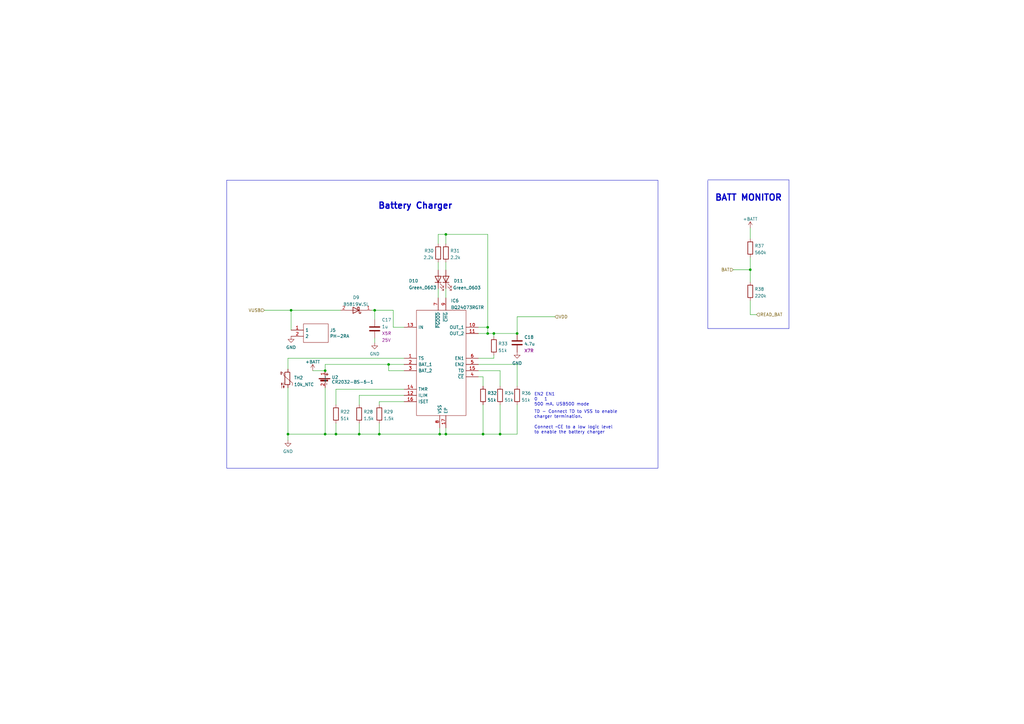
<source format=kicad_sch>
(kicad_sch (version 20231120) (generator "eeschema") (generator_version "8.0")
  (paper "A3")
  (title_block (title "Plant Bot") (date "2025-04-27") (rev "G"))
  (lib_symbols
    (symbol "BatteryHolder_JLC:CR2032-BS-6-1" (pin_names (offset 0.762))
      (property "Reference" "U" (at 9.525 18.415 0))
      (property "Value" "CR2032-BS-6-1" (at 9.525 15.875 0))
      (symbol "CR2032-BS-6-1_0_1"
        (rectangle (start -2.54 -3.175) (end 2.032 -3.429) (fill (type outline)))
        (rectangle (start -1.905 -3.81) (end 1.143 -4.318) (fill (type outline)))
        (polyline (pts (xy 0 -3.175) (xy 0 -2.413)))
        (polyline (pts (xy 0.254 -1.524) (xy 1.27 -1.524)) (stroke (width 0.254)))
        (polyline (pts (xy 0.635 -5.08) (xy 0.635 -5.842)))
        (polyline (pts (xy 0.762 -1.016) (xy 0.762 -2.032)) (stroke (width 0.254)))
      )
      (symbol "CR2032-BS-6-1_1_1"
        (pin passive line (at 0 0 270) (length 2.54) (name "+") (number "1"))
        (pin passive line (at 0 -6.985 90) (length 2.54) (name "-") (number "2"))
      )
    )
    (symbol "Capacitor_JLC:1u" (pin_numbers hide) (pin_names (offset 0.254))
      (property "Reference" "C" (at 0.635 2.54 0))
      (property "Value" "1u" (at 0.635 -2.54 0))
      (property "Type" "X5R" (at 5.08 2.54 0))
      (property "Voltage" "25V" (at 5.08 0 0))
      (symbol "1u_0_1"
        (polyline (pts (xy -2.032 -0.762) (xy 2.032 -0.762)) (stroke (width 0.508)))
        (polyline (pts (xy -2.032 0.762) (xy 2.032 0.762)) (stroke (width 0.508)))
      )
      (symbol "1u_1_1"
        (pin passive line (at 0 3.81 270) (length 2.794) (name "~") (number "1"))
        (pin passive line (at 0 -3.81 90) (length 2.794) (name "~") (number "2"))
      )
    )
    (symbol "Capacitor_JLC:4.7u" (pin_numbers hide) (pin_names (offset 0.254))
      (property "Reference" "C" (at 0.635 2.54 0))
      (property "Value" "4.7u" (at 0.635 -2.54 0))
      (property "Type" "X7R" (at 0 0 0))
      (symbol "4.7u_0_1"
        (polyline (pts (xy -2.032 -0.762) (xy 2.032 -0.762)) (stroke (width 0.508)))
        (polyline (pts (xy -2.032 0.762) (xy 2.032 0.762)) (stroke (width 0.508)))
      )
      (symbol "4.7u_1_1"
        (pin passive line (at 0 3.81 270) (length 2.794) (name "~") (number "1"))
        (pin passive line (at 0 -3.81 90) (length 2.794) (name "~") (number "2"))
      )
    )
    (symbol "Connector_JLC:PH-2RA" (pin_names (offset 0.762))
      (property "Reference" "J" (at 16.51 7.62 0))
      (property "Value" "PH-2RA" (at 16.51 5.08 0))
      (symbol "PH-2RA_0_0"
        (pin passive line (at 0 0 0) (length 5.08) (name "1") (number "1"))
        (pin passive line (at 0 -2.54 0) (length 5.08) (name "2") (number "2"))
      )
      (symbol "PH-2RA_0_1"
        (polyline (pts (xy 5.08 2.54) (xy 15.24 2.54) (xy 15.24 -5.08) (xy 5.08 -5.08) (xy 5.08 2.54)) (stroke (width 0.1524)))
      )
    )
    (symbol "Diode_JLC:B5819W.SL" (pin_names (offset 0.762))
      (property "Reference" "D" (at 10.16 8.89 0))
      (property "Value" "B5819W.SL" (at 10.16 6.35 0))
      (symbol "B5819W.SL_0_0"
        (pin passive line (at 0 0 0) (length 2.54) (name "~") (number "1"))
        (pin passive line (at 12.7 0 180) (length 2.54) (name "~") (number "2"))
      )
      (symbol "B5819W.SL_0_1"
        (polyline (pts (xy 2.54 0) (xy 5.08 0)) (stroke (width 0.1524)))
        (polyline (pts (xy 7.62 0) (xy 5.08 0)))
        (polyline (pts (xy 7.62 0) (xy 10.16 0)) (stroke (width 0.1524)))
        (polyline (pts (xy 7.62 1.27) (xy 7.62 -1.27) (xy 5.08 0) (xy 7.62 1.27)) (stroke (width 0.254)))
        (polyline (pts (xy 4.445 0.635) (xy 4.445 1.27) (xy 5.08 1.27) (xy 5.08 -1.27) (xy 5.715 -1.27) (xy 5.715 -0.635)) (stroke (width 0.254)))
      )
    )
    (symbol "Diode_JLC:Green_0603" (pin_numbers hide) (pin_names (offset 1.016) hide)
      (property "Reference" "D" (at 0 5.08 0))
      (property "Value" "Green_0603" (at 0 3.175 0))
      (symbol "Green_0603_0_1"
        (polyline (pts (xy -1.27 -1.27) (xy -1.27 1.27)) (stroke (width 0.254)))
        (polyline (pts (xy -1.27 0) (xy 1.27 0)))
        (polyline (pts (xy 1.27 -1.27) (xy 1.27 1.27) (xy -1.27 0) (xy 1.27 -1.27)) (stroke (width 0.254)))
        (polyline (pts (xy -3.048 -0.762) (xy -4.572 -2.286) (xy -3.81 -2.286) (xy -4.572 -2.286) (xy -4.572 -1.524)))
        (polyline (pts (xy -1.778 -0.762) (xy -3.302 -2.286) (xy -2.54 -2.286) (xy -3.302 -2.286) (xy -3.302 -1.524)))
      )
      (symbol "Green_0603_1_1"
        (pin passive line (at -3.81 0 0) (length 2.54) (name "K") (number "1"))
        (pin passive line (at 3.81 0 180) (length 2.54) (name "A") (number "2"))
      )
    )
    (symbol "Power-Drivers_JLC:BQ24073RGTR" (pin_names (offset 0.762))
      (property "Reference" "IC" (at 69.85 28.575 0))
      (property "Value" "BQ24073RGTR" (at 69.85 26.035 0))
      (symbol "BQ24073RGTR_0_0"
        (pin passive line (at 0 -12.7 0) (length 5.08) (name "TS") (number "1"))
        (pin passive line (at 30.48 0 180) (length 5.08) (name "OUT_1") (number "10"))
        (pin passive line (at 30.48 -2.54 180) (length 5.08) (name "OUT_2") (number "11"))
        (pin passive line (at 0 -27.94 0) (length 5.08) (name "ILIM") (number "12"))
        (pin passive line (at 0 0 0) (length 5.08) (name "IN") (number "13"))
        (pin passive line (at 0 -25.4 0) (length 5.08) (name "TMR") (number "14"))
        (pin passive line (at 30.48 -17.78 180) (length 5.08) (name "TD") (number "15"))
        (pin passive line (at 0 -30.48 0) (length 5.08) (name "ISET") (number "16"))
        (pin passive line (at 17.145 -41.275 90) (length 5.08) (name "EP") (number "17"))
        (pin passive line (at 0 -15.24 0) (length 5.08) (name "BAT_1") (number "2"))
        (pin passive line (at 0 -17.78 0) (length 5.08) (name "BAT_2") (number "3"))
        (pin passive line (at 30.48 -20.32 180) (length 5.08) (name "~{CE}") (number "4"))
        (pin passive line (at 30.48 -15.24 180) (length 5.08) (name "EN2") (number "5"))
        (pin passive line (at 30.48 -12.7 180) (length 5.08) (name "EN1") (number "6"))
        (pin passive line (at 13.97 12.065 270) (length 5.08) (name "~{PGOOD}") (number "7"))
        (pin passive line (at 14.605 -41.275 90) (length 5.08) (name "VSS") (number "8"))
        (pin passive line (at 17.145 12.065 270) (length 5.08) (name "~{CHG}") (number "9"))
      )
      (symbol "BQ24073RGTR_0_1"
        (polyline (pts (xy 5.08 6.985) (xy 25.4 6.985) (xy 25.4 -36.195) (xy 5.08 -36.195) (xy 5.08 6.985)) (stroke (width 0.1524)))
      )
    )
    (symbol "Resistor_JLC:1.5k" (pin_numbers hide) (pin_names (offset 0))
      (property "Reference" "R" (at 2.032 0 90))
      (property "Value" "1.5k" (at 0 0 90))
      (symbol "1.5k_0_1"
        (rectangle (start -1.016 -2.54) (end 1.016 2.54) (stroke (width 0.254)))
      )
      (symbol "1.5k_1_1"
        (pin passive line (at 0 3.81 270) (length 1.27) (name "~") (number "1"))
        (pin passive line (at 0 -3.81 90) (length 1.27) (name "~") (number "2"))
      )
    )
    (symbol "Resistor_JLC:10k_NTC" (pin_numbers hide) (pin_names (offset 0))
      (property "Reference" "TH" (at 2.54 -0.635 0))
      (property "Value" "10k_NTC" (at 5.08 -2.54 0))
      (symbol "10k_NTC_0_1"
        (arc (start -3.0098 -1.9811) (mid -3.0123 -1.8236) (end -3.1368 -1.7271))
        (arc (start -3.0098 -1.9811) (mid -2.9354 -2.1607) (end -2.7558 -2.2351))
        (arc (start -3.0098 -1.3461) (mid -2.9354 -1.5257) (end -2.7558 -1.6001))
        (arc (start -2.7558 -2.2351) (mid -2.5762 -2.1607) (end -2.5018 -1.9811))
        (arc (start -2.7558 -1.6001) (mid -2.3958 -1.5793) (end -2.1208 -1.3461))
        (arc (start -2.7558 -1.0921) (mid -2.9354 -1.1665) (end -3.0098 -1.3461))
        (arc (start -2.5018 -1.3461) (mid -2.5762 -1.1665) (end -2.7558 -1.0921))
        (rectangle (start -1.27 -1.27) (end 0.762 -6.35) (stroke (width 0.254)))
        (polyline (pts (xy -2.5018 -1.9811) (xy -2.5018 -1.3461)))
        (polyline (pts (xy -1.7398 -1.6001) (xy -1.7398 -2.6161) (xy 1.8162 -5.6641) (xy 1.8162 -6.6801)))
        (polyline (pts (xy -2.5018 -7.8231) (xy -2.5018 -5.5371) (xy -2.7558 -6.2991) (xy -2.2478 -6.2991) (xy -2.5018 -5.5371) (xy -2.5018 -5.7911)) (fill (type outline)))
        (polyline (pts (xy -1.7398 -5.5371) (xy -1.7398 -7.8231) (xy -1.9938 -7.0611) (xy -1.4858 -7.0611) (xy -1.7398 -7.8231) (xy -1.7398 -7.5691)) (fill (type outline)))
      )
      (symbol "10k_NTC_1_1"
        (pin passive line (at 0 0 270) (length 1.27) (name "~") (number "1"))
        (pin passive line (at 0 -7.62 90) (length 1.27) (name "~") (number "2"))
      )
    )
    (symbol "Resistor_JLC:2.2k" (pin_numbers hide) (pin_names (offset 0))
      (property "Reference" "R" (at 2.032 0 90))
      (property "Value" "2.2k" (at 0 0 90))
      (symbol "2.2k_0_1"
        (rectangle (start -1.016 -2.54) (end 1.016 2.54) (stroke (width 0.254)))
      )
      (symbol "2.2k_1_1"
        (pin passive line (at 0 3.81 270) (length 1.27) (name "~") (number "1"))
        (pin passive line (at 0 -3.81 90) (length 1.27) (name "~") (number "2"))
      )
    )
    (symbol "Resistor_JLC:220k" (pin_numbers hide) (pin_names (offset 0))
      (property "Reference" "R" (at 2.032 0 90))
      (property "Value" "220k" (at 0 0 90))
      (symbol "220k_0_1"
        (rectangle (start -1.016 -2.54) (end 1.016 2.54) (stroke (width 0.254)))
      )
      (symbol "220k_1_1"
        (pin passive line (at 0 3.81 270) (length 1.27) (name "~") (number "1"))
        (pin passive line (at 0 -3.81 90) (length 1.27) (name "~") (number "2"))
      )
    )
    (symbol "Resistor_JLC:51k" (pin_numbers hide) (pin_names (offset 0))
      (property "Reference" "R" (at 2.032 0 90))
      (property "Value" "51k" (at 0 0 90))
      (symbol "51k_0_1"
        (rectangle (start -1.016 -2.54) (end 1.016 2.54) (stroke (width 0.254)))
      )
      (symbol "51k_1_1"
        (pin passive line (at 0 3.81 270) (length 1.27) (name "~") (number "1"))
        (pin passive line (at 0 -3.81 90) (length 1.27) (name "~") (number "2"))
      )
    )
    (symbol "Resistor_JLC:560k" (pin_numbers hide) (pin_names (offset 0))
      (property "Reference" "R" (at 2.032 0 90))
      (property "Value" "560k" (at 0 0 90))
      (symbol "560k_0_1"
        (rectangle (start -1.016 -2.54) (end 1.016 2.54) (stroke (width 0.254)))
      )
      (symbol "560k_1_1"
        (pin passive line (at 0 3.81 270) (length 1.27) (name "~") (number "1"))
        (pin passive line (at 0 -3.81 90) (length 1.27) (name "~") (number "2"))
      )
    )
    (symbol "power:+BATT" (power) (pin_names (offset 0))
      (property "Value" "+BATT" (at 0 3.556 0))
      (symbol "+BATT_0_1"
        (polyline (pts (xy -0.762 1.27) (xy 0 2.54)))
        (polyline (pts (xy 0 0) (xy 0 2.54)))
        (polyline (pts (xy 0 2.54) (xy 0.762 1.27)))
      )
      (symbol "+BATT_1_1"
        (pin power_in line (at 0 0 90) (length 0) hide (name "+BATT") (number "1"))
      )
    )
    (symbol "power:GND" (power) (pin_names (offset 0))
      (property "Value" "GND" (at 0 -3.81 0))
      (symbol "GND_0_1"
        (polyline (pts (xy 0 0) (xy 0 -1.27) (xy 1.27 -1.27) (xy 0 -2.54) (xy -1.27 -1.27) (xy 0 -1.27)))
      )
      (symbol "GND_1_1"
        (pin power_in line (at 0 0 270) (length 0) hide (name "GND") (number "1"))
      )
    )
  )
  (junction (at 198.12 178.054))
  (junction (at 133.35 178.054))
  (junction (at 153.67 127.254))
  (junction (at 200.025 136.779))
  (junction (at 200.025 134.239))
  (junction (at 205.105 178.054))
  (junction (at 182.88 178.054))
  (junction (at 137.795 178.054))
  (junction (at 159.385 149.479))
  (junction (at 118.11 178.054))
  (junction (at 133.35 152.019))
  (junction (at 155.575 178.054))
  (junction (at 307.721 110.617))
  (junction (at 147.32 178.054))
  (junction (at 119.38 127.254))
  (junction (at 182.88 96.139))
  (junction (at 212.09 136.779))
  (junction (at 202.565 136.779))
  (junction (at 180.34 178.054))
  (wire (pts (xy 165.735 146.939) (xy 118.11 146.939)))
  (wire (pts (xy 118.11 178.054) (xy 133.35 178.054)))
  (wire (pts (xy 200.025 136.779) (xy 202.565 136.779)))
  (wire (pts (xy 128.27 152.019) (xy 133.35 152.019)))
  (wire (pts (xy 179.705 96.139) (xy 179.705 99.949)))
  (wire (pts (xy 137.795 173.609) (xy 137.795 178.054)))
  (wire (pts (xy 137.795 178.054) (xy 147.32 178.054)))
  (wire (pts (xy 153.67 127.254) (xy 153.67 131.064)))
  (wire (pts (xy 165.735 134.239) (xy 161.29 134.239)))
  (wire (pts (xy 200.025 134.239) (xy 196.215 134.239)))
  (wire (pts (xy 198.12 165.989) (xy 198.12 178.054)))
  (wire (pts (xy 307.721 105.537) (xy 307.721 110.617)))
  (wire (pts (xy 159.385 149.479) (xy 165.735 149.479)))
  (wire (pts (xy 212.09 149.479) (xy 212.09 158.369)))
  (polyline (pts (xy 323.596 134.747) (xy 323.596 73.787)))
  (wire (pts (xy 137.795 159.639) (xy 137.795 165.989)))
  (wire (pts (xy 155.575 173.609) (xy 155.575 178.054)))
  (wire (pts (xy 153.67 127.254) (xy 152.4 127.254)))
  (wire (pts (xy 198.12 178.054) (xy 205.105 178.054)))
  (wire (pts (xy 182.88 118.364) (xy 182.88 122.174)))
  (wire (pts (xy 202.565 146.939) (xy 202.565 145.669)))
  (wire (pts (xy 133.35 178.054) (xy 137.795 178.054)))
  (wire (pts (xy 205.105 152.019) (xy 196.215 152.019)))
  (wire (pts (xy 155.575 178.054) (xy 180.34 178.054)))
  (wire (pts (xy 165.735 152.019) (xy 159.385 152.019)))
  (wire (pts (xy 147.32 173.609) (xy 147.32 178.054)))
  (wire (pts (xy 165.735 159.639) (xy 137.795 159.639)))
  (wire (pts (xy 300.736 110.617) (xy 307.721 110.617)))
  (wire (pts (xy 202.565 136.779) (xy 202.565 138.049)))
  (wire (pts (xy 198.12 178.054) (xy 182.88 178.054)))
  (wire (pts (xy 182.88 96.139) (xy 182.88 99.949)))
  (wire (pts (xy 118.11 146.939) (xy 118.11 151.384)))
  (wire (pts (xy 205.105 165.989) (xy 205.105 178.054)))
  (wire (pts (xy 227.584 129.921) (xy 212.09 129.921)))
  (wire (pts (xy 196.215 146.939) (xy 202.565 146.939)))
  (wire (pts (xy 133.35 149.479) (xy 159.385 149.479)))
  (wire (pts (xy 200.025 134.239) (xy 200.025 96.139)))
  (wire (pts (xy 196.215 154.559) (xy 198.12 154.559)))
  (wire (pts (xy 153.67 138.684) (xy 153.67 140.589)))
  (wire (pts (xy 182.88 175.514) (xy 182.88 178.054)))
  (wire (pts (xy 212.09 129.921) (xy 212.09 136.779)))
  (wire (pts (xy 165.735 162.179) (xy 147.32 162.179)))
  (wire (pts (xy 212.09 165.989) (xy 212.09 178.054)))
  (wire (pts (xy 307.721 123.317) (xy 307.721 129.032)))
  (polyline (pts (xy 290.322 73.787) (xy 323.596 73.787)))
  (wire (pts (xy 196.215 136.779) (xy 200.025 136.779)))
  (wire (pts (xy 200.025 96.139) (xy 182.88 96.139)))
  (wire (pts (xy 119.38 127.254) (xy 139.7 127.254)))
  (wire (pts (xy 153.67 127.254) (xy 161.29 127.254)))
  (wire (pts (xy 180.34 178.054) (xy 182.88 178.054)))
  (wire (pts (xy 307.721 93.472) (xy 307.721 97.917)))
  (wire (pts (xy 119.38 135.382) (xy 119.38 127.254)))
  (wire (pts (xy 198.12 154.559) (xy 198.12 158.369)))
  (wire (pts (xy 118.11 159.004) (xy 118.11 178.054)))
  (wire (pts (xy 307.721 110.617) (xy 307.721 115.697)))
  (wire (pts (xy 200.025 136.779) (xy 200.025 134.239)))
  (wire (pts (xy 182.88 107.569) (xy 182.88 110.744)))
  (wire (pts (xy 161.29 134.239) (xy 161.29 127.254)))
  (wire (pts (xy 108.458 127.254) (xy 119.38 127.254)))
  (wire (pts (xy 155.575 164.719) (xy 155.575 165.989)))
  (wire (pts (xy 147.32 178.054) (xy 155.575 178.054)))
  (wire (pts (xy 118.11 178.054) (xy 118.11 180.594)))
  (wire (pts (xy 165.735 164.719) (xy 155.575 164.719)))
  (wire (pts (xy 202.565 136.779) (xy 212.09 136.779)))
  (wire (pts (xy 205.105 158.369) (xy 205.105 152.019)))
  (wire (pts (xy 205.105 178.054) (xy 212.09 178.054)))
  (wire (pts (xy 159.385 152.019) (xy 159.385 149.479)))
  (wire (pts (xy 133.35 152.019) (xy 133.35 149.479)))
  (wire (pts (xy 180.34 175.514) (xy 180.34 178.054)))
  (wire (pts (xy 147.32 162.179) (xy 147.32 165.989)))
  (wire (pts (xy 182.88 96.139) (xy 179.705 96.139)))
  (wire (pts (xy 307.721 129.032) (xy 310.261 129.032)))
  (wire (pts (xy 196.215 149.479) (xy 212.09 149.479)))
  (wire (pts (xy 179.705 118.364) (xy 179.705 122.174)))
  (polyline (pts (xy 290.322 134.747) (xy 323.596 134.747)))
  (wire (pts (xy 133.35 159.004) (xy 133.35 178.054)))
  (wire (pts (xy 179.705 107.569) (xy 179.705 110.744)))
  (polyline (pts (xy 290.322 74.041) (xy 290.322 134.747)))
  (rectangle (start 92.964 73.914) (end 269.875 192.024))
  (text "Connect ~CE to a low logic level \nto enable the battery charger" (at 219.075 178.054 0) (effects (font (size 1.27 1.27)) (justify left bottom)))
  (text "TD - Connect TD to VSS to enable\ncharger termination." (at 219.075 171.704 0) (effects (font (size 1.27 1.27)) (justify left bottom)))
  (text "Battery Charger" (at 154.94 85.979 0) (effects (font (size 2.54 2.54) (thickness 0.508) (bold yes)) (justify left bottom)))
  (text "BATT MONITOR" (at 293.116 82.677 0) (effects (font (size 2.54 2.54) (thickness 0.508) (bold yes)) (justify left bottom)))
  (text "EN2 EN1\n0   1 \n500 mA. USB500 mode\n" (at 219.075 166.624 0) (effects (font (size 1.27 1.27)) (justify left bottom)))
  (hierarchical_label "BAT" (shape input) (at 300.736 110.617 180))
  (hierarchical_label "VDD" (shape input) (at 227.584 129.921 0))
  (hierarchical_label "READ_BAT" (shape input) (at 310.261 129.032 0))
  (hierarchical_label "VUSB" (shape input) (at 108.458 127.254 180))
  (symbol (lib_id "Resistor_JLC:220k") (at 307.721 119.507 0) (unit 1)
    (property "Reference" "R38" (at 309.499 118.5985 0) (effects (justify left)))
    (property "Value" "220k" (at 309.499 121.3736 0) (effects (justify left)))
    (property "Footprint" "Resistor_SMD:R_0402_1005Metric" (effects (hide yes)))
    (property "LCSC" "C25767" (effects (hide yes)))
  )
  (symbol (lib_id "Diode_JLC:B5819W.SL") (at 152.4 127.254 180) (unit 1)
    (property "Reference" "D9" (at 146.05 122.0175 0))
    (property "Value" "B5819W.SL" (at 146.05 124.7926 0))
    (property "Footprint" "B5819WSL" (effects (hide yes)))
    (property "Datasheet" "https://file.elecfans.com/web1/M00/8A/32/pIYBAFyLiveAInCMAAthN3CVBXo401.pdf?filename=1505718310707869662.pdf" (effects (hide yes)))
    (property "Description" "SOD-123 Plastic-Encapsulate Diodes" (effects (hide yes)))
    (property "Height" "1.25" (effects (hide yes)))
    (property "Manufacturer_Name" "1-Avel" (effects (hide yes)))
    (property "Manufacturer_Part_Number" "B5819W.SL" (effects (hide yes)))
    (property "LCSC" "C8598" (effects (hide yes)))
  )
  (symbol (lib_id "Resistor_JLC:51k") (at 198.12 162.179 0) (unit 1)
    (property "Reference" "R32" (at 199.898 161.2705 0) (effects (justify left)))
    (property "Value" "51k" (at 199.898 164.0456 0) (effects (justify left)))
    (property "Footprint" "Resistor_SMD:R_0402_1005Metric" (effects (hide yes)))
    (property "LCSC" "C25794" (effects (hide yes)))
  )
  (symbol (lib_id "BatteryHolder_JLC:CR2032-BS-6-1") (at 133.35 152.019 0) (unit 1)
    (property "Reference" "U2" (at 136.017 154.7408 0) (effects (justify left)))
    (property "Value" "CR2032-BS-6-1" (at 136.017 156.6618 0) (effects (justify left)))
    (property "Footprint" "CR2032BS61" (effects (hide yes)))
    (property "Datasheet" "https://datasheet.lcsc.com/szlcsc/Q-J-CR2032-BS-6-1_C70377.pdf" (effects (hide yes)))
    (property "Description" "Battery Holders, Clips & Contacts SMD RoHS" (effects (hide yes)))
    (property "Height" "6" (effects (hide yes)))
    (property "Manufacturer_Name" "Q&J" (effects (hide yes)))
    (property "Manufacturer_Part_Number" "CR2032-BS-6-1" (effects (hide yes)))
    (property "LCSC" "C70377" (effects (hide yes)))
  )
  (symbol (lib_id "Resistor_JLC:2.2k") (at 182.88 103.759 0) (unit 1)
    (property "Reference" "R31" (at 184.658 102.8505 0) (effects (justify left)))
    (property "Value" "2.2k" (at 184.658 105.6256 0) (effects (justify left)))
    (property "Footprint" "Resistor_SMD:R_0402_1005Metric" (effects (hide yes)))
    (property "LCSC" "C25879" (effects (hide yes)))
  )
  (symbol (lib_id "Resistor_JLC:51k") (at 137.795 169.799 0) (unit 1)
    (property "Reference" "R22" (at 139.573 168.8905 0) (effects (justify left)))
    (property "Value" "51k" (at 139.573 171.6656 0) (effects (justify left)))
    (property "Footprint" "Resistor_SMD:R_0402_1005Metric" (effects (hide yes)))
    (property "LCSC" "C25794" (effects (hide yes)))
  )
  (symbol (lib_id "Resistor_JLC:2.2k") (at 179.705 103.759 0) (mirror x) (unit 1)
    (property "Reference" "R30" (at 177.9271 102.8505 0) (effects (justify right)))
    (property "Value" "2.2k" (at 177.9271 105.6256 0) (effects (justify right)))
    (property "Footprint" "Resistor_SMD:R_0402_1005Metric" (effects (hide yes)))
    (property "LCSC" "C25879" (effects (hide yes)))
  )
  (symbol (lib_id "Resistor_JLC:10k_NTC") (at 118.11 151.384 0) (unit 1)
    (property "Reference" "TH2" (at 120.5612 154.9331 0) (effects (justify left)))
    (property "Value" "10k_NTC" (at 120.5612 157.7082 0) (effects (justify left)))
    (property "Footprint" "Resistor_SMD:R_0402_1005Metric" (effects (hide yes)))
    (property "LCSC" "C333993" (effects (hide yes)))
    (property "MPN" "NCU15XH103F6SRC" (effects (hide yes)))
  )
  (symbol (lib_id "Capacitor_JLC:4.7u") (at 212.09 140.589 0) (unit 1)
    (property "Reference" "C18" (at 215.011 138.2929 0) (effects (justify left)))
    (property "Value" "4.7u" (at 215.011 141.068 0) (effects (justify left)))
    (property "Footprint" "Capacitor_SMD:C_1206_3216Metric" (effects (hide yes)))
    (property "Type" "X7R" (at 215.011 143.8431 0) (effects (justify left)))
    (property "LCSC" "C29823" (effects (hide yes)))
    (property "Rating" "50V" (effects (hide yes)))
  )
  (symbol (lib_id "power:GND") (at 153.67 140.589 0) (unit 1)
    (property "Reference" "#PWR037" (effects (hide yes)))
    (property "Value" "GND" (at 153.67 145.1515 0))
  )
  (symbol (lib_id "power:+BATT") (at 307.721 93.472 0) (unit 1)
    (property "Reference" "#PWR041" (effects (hide yes)))
    (property "Value" "+BATT" (at 307.721 89.8675 0))
  )
  (symbol (lib_id "power:GND") (at 212.09 144.399 0) (unit 1)
    (property "Reference" "#PWR038" (effects (hide yes)))
    (property "Value" "GND" (at 212.09 148.9615 0))
  )
  (symbol (lib_id "Capacitor_JLC:1u") (at 153.67 134.874 0) (unit 1)
    (property "Reference" "C17" (at 156.591 131.1904 0) (effects (justify left)))
    (property "Value" "1u" (at 156.591 133.9655 0) (effects (justify left)))
    (property "Footprint" "Capacitor_SMD:C_0402_1005Metric" (effects (hide yes)))
    (property "Type" "X5R" (at 156.591 136.7406 0) (effects (justify left)))
    (property "LCSC" "C52923" (effects (hide yes)))
    (property "Voltage" "25V" (at 156.591 139.5157 0) (effects (justify left)))
  )
  (symbol (lib_id "Connector_JLC:PH-2RA") (at 119.38 135.382 0) (unit 1)
    (property "Reference" "J5" (at 135.3312 135.4398 0) (effects (justify left)))
    (property "Value" "PH-2RA" (at 135.3312 137.8641 0) (effects (justify left)))
    (property "Footprint" "SHDRRA2W50P0X200_1X2_600X760X510P" (effects (hide yes)))
    (property "Datasheet" "https://www.mouser.ca/datasheet/2/291/A2001-1532311.pdf" (effects (hide yes)))
    (property "Description" "Headers & Wire Housings Thruhole right angle backlight connector" (effects (hide yes)))
    (property "Height" "5.1" (effects (hide yes)))
    (property "Manufacturer_Name" "Newhaven Display" (effects (hide yes)))
    (property "Manufacturer_Part_Number" "A2001WR-2P Thru-hole" (effects (hide yes)))
    (property "Mouser Part Number" "763-A2001WR2P" (effects (hide yes)))
    (property "Mouser Price/Stock" "https://www.mouser.co.uk/ProductDetail/Newhaven-Display/A2001WR-2P-Thru-hole?qs=gZXFycFWdAPcYjIK7pURng%3D%3D" (effects (hide yes)))
    (property "LCSC" "C225207" (effects (hide yes)))
  )
  (symbol (lib_id "Resistor_JLC:51k") (at 202.565 141.859 0) (unit 1)
    (property "Reference" "R33" (at 204.343 140.9505 0) (effects (justify left)))
    (property "Value" "51k" (at 204.343 143.7256 0) (effects (justify left)))
    (property "Footprint" "Resistor_SMD:R_0402_1005Metric" (effects (hide yes)))
    (property "LCSC" "C25794" (effects (hide yes)))
  )
  (symbol (lib_id "Power-Drivers_JLC:BQ24073RGTR") (at 165.735 134.239 0) (unit 1)
    (property "Reference" "IC6" (at 184.8994 123.3383 0) (effects (justify left)))
    (property "Value" "BQ24073RGTR" (at 184.8994 126.1134 0) (effects (justify left)))
    (property "Footprint" "QFN50P300X300X100-17N-D" (effects (hide yes)))
    (property "Datasheet" "http://www.ti.com/lit/ds/symlink/bq24073.pdf" (effects (hide yes)))
    (property "Description" "USB-Friendly Li-Ion Battery Charger and Power-Path Management IC, Vout 4.4V" (effects (hide yes)))
    (property "Height" "1" (effects (hide yes)))
    (property "Manufacturer_Name" "Texas Instruments" (effects (hide yes)))
    (property "Manufacturer_Part_Number" "BQ24073RGTR" (effects (hide yes)))
    (property "Mouser Part Number" "595-BQ24073RGTR" (effects (hide yes)))
    (property "Mouser Price/Stock" "https://www.mouser.co.uk/ProductDetail/Texas-Instruments/BQ24073RGTR?qs=ZV%2Fxhq4oszqX%2F3rMt%2FwIsw%3D%3D" (effects (hide yes)))
    (property "Arrow Part Number" "BQ24073RGTR" (effects (hide yes)))
    (property "Arrow Price/Stock" "https://www.arrow.com/en/products/bq24073rgtr/texas-instruments" (effects (hide yes)))
    (property "LCSC" "C15220" (effects (hide yes)))
  )
  (symbol (lib_id "power:GND") (at 118.11 180.594 0) (unit 1)
    (property "Reference" "#PWR019" (effects (hide yes)))
    (property "Value" "GND" (at 118.11 185.1565 0))
  )
  (symbol (lib_id "Resistor_JLC:560k") (at 307.721 101.727 0) (unit 1)
    (property "Reference" "R37" (at 309.499 100.8185 0) (effects (justify left)))
    (property "Value" "560k" (at 309.499 103.5936 0) (effects (justify left)))
    (property "Footprint" "Resistor_SMD:R_0603_1608Metric" (effects (hide yes)))
    (property "LCSC" "C23203" (effects (hide yes)))
  )
  (symbol (lib_id "Resistor_JLC:51k") (at 205.105 162.179 0) (unit 1)
    (property "Reference" "R34" (at 206.883 161.2705 0) (effects (justify left)))
    (property "Value" "51k" (at 206.883 164.0456 0) (effects (justify left)))
    (property "Footprint" "Resistor_SMD:R_0402_1005Metric" (effects (hide yes)))
    (property "LCSC" "C25794" (effects (hide yes)))
  )
  (symbol (lib_id "Diode_JLC:Green_0603") (at 179.705 114.554 90) (unit 1)
    (property "Reference" "D10" (at 167.64 115.189 90) (effects (justify right)))
    (property "Value" "Green_0603" (at 167.64 117.9641 90) (effects (justify right)))
    (property "Footprint" "LED_SMD:LED_0603_1608Metric" (effects (hide yes)))
    (property "Datasheet" "https://datasheet.lcsc.com/lcsc/1811101510_Everlight-Elec-19-217-GHC-YR1S2-3T_C72043.pdf" (effects (hide yes)))
    (property "LCSC" "C72043" (effects (hide yes)))
  )
  (symbol (lib_id "Resistor_JLC:1.5k") (at 155.575 169.799 0) (unit 1)
    (property "Reference" "R29" (at 157.353 168.8905 0) (effects (justify left)))
    (property "Value" "1.5k" (at 157.353 171.6656 0) (effects (justify left)))
    (property "Footprint" "Resistor_SMD:R_0402_1005Metric" (effects (hide yes)))
    (property "LCSC" "C25867" (effects (hide yes)))
  )
  (symbol (lib_id "Resistor_JLC:1.5k") (at 147.32 169.799 0) (unit 1)
    (property "Reference" "R28" (at 149.098 168.8905 0) (effects (justify left)))
    (property "Value" "1.5k" (at 149.098 171.6656 0) (effects (justify left)))
    (property "Footprint" "Resistor_SMD:R_0402_1005Metric" (effects (hide yes)))
    (property "LCSC" "C25867" (effects (hide yes)))
  )
  (symbol (lib_id "Diode_JLC:Green_0603") (at 182.88 114.554 90) (unit 1)
    (property "Reference" "D11" (at 186.055 115.189 90) (effects (justify right)))
    (property "Value" "Green_0603" (at 185.801 118.0081 90) (effects (justify right)))
    (property "Footprint" "LED_SMD:LED_0603_1608Metric" (effects (hide yes)))
    (property "Datasheet" "https://datasheet.lcsc.com/lcsc/1811101510_Everlight-Elec-19-217-GHC-YR1S2-3T_C72043.pdf" (effects (hide yes)))
    (property "LCSC" "C72043" (effects (hide yes)))
  )
  (symbol (lib_id "power:+BATT") (at 128.27 152.019 0) (unit 1)
    (property "Reference" "#PWR020" (effects (hide yes)))
    (property "Value" "+BATT" (at 128.27 148.4145 0))
  )
  (symbol (lib_id "power:GND") (at 119.38 137.922 0) (unit 1)
    (property "Reference" "#PWR015" (effects (hide yes)))
    (property "Value" "GND" (at 119.38 142.4845 0))
  )
  (symbol (lib_id "Resistor_JLC:51k") (at 212.09 162.179 0) (unit 1)
    (property "Reference" "R36" (at 213.868 161.2705 0) (effects (justify left)))
    (property "Value" "51k" (at 213.868 164.0456 0) (effects (justify left)))
    (property "Footprint" "Resistor_SMD:R_0402_1005Metric" (effects (hide yes)))
    (property "LCSC" "C25794" (effects (hide yes)))
  )
)
</source>
